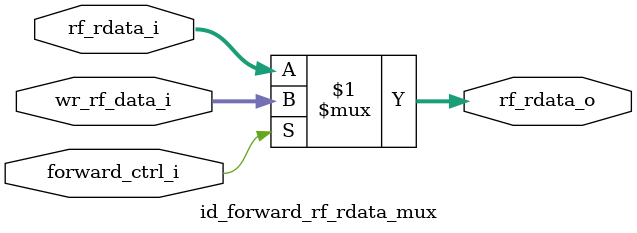
<source format=sv>
module id_forward_rf_rdata_mux #(
    parameter DATA_WIDTH = 32
) (
    input wire [DATA_WIDTH-1:0] rf_rdata_i,
    input wire [DATA_WIDTH-1:0] wr_rf_data_i,
    input wire forward_ctrl_i,
    output wire [DATA_WIDTH-1:0] rf_rdata_o
);

assign rf_rdata_o = forward_ctrl_i ? wr_rf_data_i : rf_rdata_i;

endmodule
</source>
